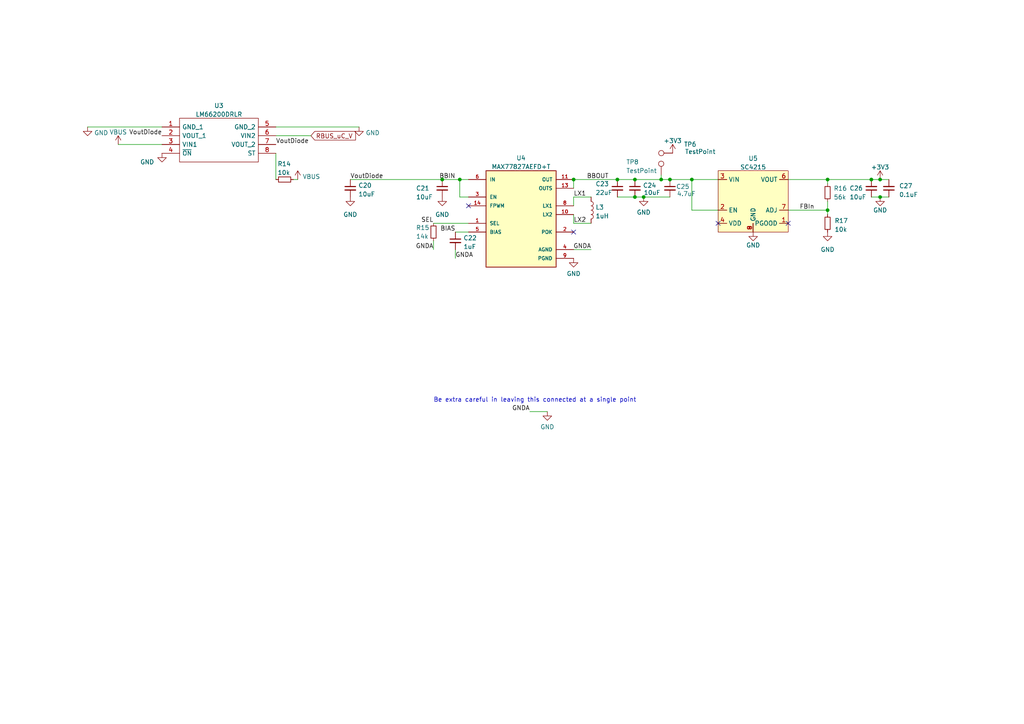
<source format=kicad_sch>
(kicad_sch (version 20230121) (generator eeschema)

  (uuid e9284afa-e324-4762-b662-a428eebcb5c2)

  (paper "A4")

  (lib_symbols
    (symbol "Connector:TestPoint" (pin_numbers hide) (pin_names (offset 0.762) hide) (in_bom yes) (on_board yes)
      (property "Reference" "TP" (at 0 6.858 0)
        (effects (font (size 1.27 1.27)))
      )
      (property "Value" "TestPoint" (at 0 5.08 0)
        (effects (font (size 1.27 1.27)))
      )
      (property "Footprint" "" (at 5.08 0 0)
        (effects (font (size 1.27 1.27)) hide)
      )
      (property "Datasheet" "~" (at 5.08 0 0)
        (effects (font (size 1.27 1.27)) hide)
      )
      (property "ki_keywords" "test point tp" (at 0 0 0)
        (effects (font (size 1.27 1.27)) hide)
      )
      (property "ki_description" "test point" (at 0 0 0)
        (effects (font (size 1.27 1.27)) hide)
      )
      (property "ki_fp_filters" "Pin* Test*" (at 0 0 0)
        (effects (font (size 1.27 1.27)) hide)
      )
      (symbol "TestPoint_0_1"
        (circle (center 0 3.302) (radius 0.762)
          (stroke (width 0) (type default))
          (fill (type none))
        )
      )
      (symbol "TestPoint_1_1"
        (pin passive line (at 0 0 90) (length 2.54)
          (name "1" (effects (font (size 1.27 1.27))))
          (number "1" (effects (font (size 1.27 1.27))))
        )
      )
    )
    (symbol "Device:C_Small" (pin_numbers hide) (pin_names (offset 0.254) hide) (in_bom yes) (on_board yes)
      (property "Reference" "C" (at 0.254 1.778 0)
        (effects (font (size 1.27 1.27)) (justify left))
      )
      (property "Value" "C_Small" (at 0.254 -2.032 0)
        (effects (font (size 1.27 1.27)) (justify left))
      )
      (property "Footprint" "" (at 0 0 0)
        (effects (font (size 1.27 1.27)) hide)
      )
      (property "Datasheet" "~" (at 0 0 0)
        (effects (font (size 1.27 1.27)) hide)
      )
      (property "ki_keywords" "capacitor cap" (at 0 0 0)
        (effects (font (size 1.27 1.27)) hide)
      )
      (property "ki_description" "Unpolarized capacitor, small symbol" (at 0 0 0)
        (effects (font (size 1.27 1.27)) hide)
      )
      (property "ki_fp_filters" "C_*" (at 0 0 0)
        (effects (font (size 1.27 1.27)) hide)
      )
      (symbol "C_Small_0_1"
        (polyline
          (pts
            (xy -1.524 -0.508)
            (xy 1.524 -0.508)
          )
          (stroke (width 0.3302) (type default))
          (fill (type none))
        )
        (polyline
          (pts
            (xy -1.524 0.508)
            (xy 1.524 0.508)
          )
          (stroke (width 0.3048) (type default))
          (fill (type none))
        )
      )
      (symbol "C_Small_1_1"
        (pin passive line (at 0 2.54 270) (length 2.032)
          (name "~" (effects (font (size 1.27 1.27))))
          (number "1" (effects (font (size 1.27 1.27))))
        )
        (pin passive line (at 0 -2.54 90) (length 2.032)
          (name "~" (effects (font (size 1.27 1.27))))
          (number "2" (effects (font (size 1.27 1.27))))
        )
      )
    )
    (symbol "Device:L" (pin_numbers hide) (pin_names (offset 1.016) hide) (in_bom yes) (on_board yes)
      (property "Reference" "L" (at -1.27 0 90)
        (effects (font (size 1.27 1.27)))
      )
      (property "Value" "L" (at 1.905 0 90)
        (effects (font (size 1.27 1.27)))
      )
      (property "Footprint" "" (at 0 0 0)
        (effects (font (size 1.27 1.27)) hide)
      )
      (property "Datasheet" "~" (at 0 0 0)
        (effects (font (size 1.27 1.27)) hide)
      )
      (property "ki_keywords" "inductor choke coil reactor magnetic" (at 0 0 0)
        (effects (font (size 1.27 1.27)) hide)
      )
      (property "ki_description" "Inductor" (at 0 0 0)
        (effects (font (size 1.27 1.27)) hide)
      )
      (property "ki_fp_filters" "Choke_* *Coil* Inductor_* L_*" (at 0 0 0)
        (effects (font (size 1.27 1.27)) hide)
      )
      (symbol "L_0_1"
        (arc (start 0 -2.54) (mid 0.6323 -1.905) (end 0 -1.27)
          (stroke (width 0) (type default))
          (fill (type none))
        )
        (arc (start 0 -1.27) (mid 0.6323 -0.635) (end 0 0)
          (stroke (width 0) (type default))
          (fill (type none))
        )
        (arc (start 0 0) (mid 0.6323 0.635) (end 0 1.27)
          (stroke (width 0) (type default))
          (fill (type none))
        )
        (arc (start 0 1.27) (mid 0.6323 1.905) (end 0 2.54)
          (stroke (width 0) (type default))
          (fill (type none))
        )
      )
      (symbol "L_1_1"
        (pin passive line (at 0 3.81 270) (length 1.27)
          (name "1" (effects (font (size 1.27 1.27))))
          (number "1" (effects (font (size 1.27 1.27))))
        )
        (pin passive line (at 0 -3.81 90) (length 1.27)
          (name "2" (effects (font (size 1.27 1.27))))
          (number "2" (effects (font (size 1.27 1.27))))
        )
      )
    )
    (symbol "Device:R_Small" (pin_numbers hide) (pin_names (offset 0.254) hide) (in_bom yes) (on_board yes)
      (property "Reference" "R" (at 0.762 0.508 0)
        (effects (font (size 1.27 1.27)) (justify left))
      )
      (property "Value" "R_Small" (at 0.762 -1.016 0)
        (effects (font (size 1.27 1.27)) (justify left))
      )
      (property "Footprint" "" (at 0 0 0)
        (effects (font (size 1.27 1.27)) hide)
      )
      (property "Datasheet" "~" (at 0 0 0)
        (effects (font (size 1.27 1.27)) hide)
      )
      (property "ki_keywords" "R resistor" (at 0 0 0)
        (effects (font (size 1.27 1.27)) hide)
      )
      (property "ki_description" "Resistor, small symbol" (at 0 0 0)
        (effects (font (size 1.27 1.27)) hide)
      )
      (property "ki_fp_filters" "R_*" (at 0 0 0)
        (effects (font (size 1.27 1.27)) hide)
      )
      (symbol "R_Small_0_1"
        (rectangle (start -0.762 1.778) (end 0.762 -1.778)
          (stroke (width 0.2032) (type default))
          (fill (type none))
        )
      )
      (symbol "R_Small_1_1"
        (pin passive line (at 0 2.54 270) (length 0.762)
          (name "~" (effects (font (size 1.27 1.27))))
          (number "1" (effects (font (size 1.27 1.27))))
        )
        (pin passive line (at 0 -2.54 90) (length 0.762)
          (name "~" (effects (font (size 1.27 1.27))))
          (number "2" (effects (font (size 1.27 1.27))))
        )
      )
    )
    (symbol "iclr:LM66200DRLR" (pin_names (offset 0.762)) (in_bom yes) (on_board yes)
      (property "Reference" "U" (at 29.21 7.62 0)
        (effects (font (size 1.27 1.27)) (justify left))
      )
      (property "Value" "LM66200DRLR" (at 29.21 5.08 0)
        (effects (font (size 1.27 1.27)) (justify left))
      )
      (property "Footprint" "SOTFL50P160X60-8N" (at 29.21 2.54 0)
        (effects (font (size 1.27 1.27)) (justify left) hide)
      )
      (property "Datasheet" "https://www.ti.com/lit/gpn/lm66200" (at 29.21 0 0)
        (effects (font (size 1.27 1.27)) (justify left) hide)
      )
      (property "Description" "1.6-V to 5.5-V, 40-m, 2.5-A, low-IQ, dual ideal diode" (at 29.21 -2.54 0)
        (effects (font (size 1.27 1.27)) (justify left) hide)
      )
      (property "Height" "0.6" (at 29.21 -5.08 0)
        (effects (font (size 1.27 1.27)) (justify left) hide)
      )
      (property "Manufacturer_Name" "Texas Instruments" (at 29.21 -7.62 0)
        (effects (font (size 1.27 1.27)) (justify left) hide)
      )
      (property "Manufacturer_Part_Number" "LM66200DRLR" (at 29.21 -10.16 0)
        (effects (font (size 1.27 1.27)) (justify left) hide)
      )
      (property "Mouser Part Number" "595-LM66200DRLR" (at 29.21 -12.7 0)
        (effects (font (size 1.27 1.27)) (justify left) hide)
      )
      (property "Mouser Price/Stock" "https://www.mouser.co.uk/ProductDetail/Texas-Instruments/LM66200DRLR?qs=Rp5uXu7WBW90hnpZAkIOdQ%3D%3D" (at 29.21 -15.24 0)
        (effects (font (size 1.27 1.27)) (justify left) hide)
      )
      (property "Arrow Part Number" "LM66200DRLR" (at 29.21 -17.78 0)
        (effects (font (size 1.27 1.27)) (justify left) hide)
      )
      (property "Arrow Price/Stock" "https://www.arrow.com/en/products/lm66200drlr/texas-instruments?region=nac" (at 29.21 -20.32 0)
        (effects (font (size 1.27 1.27)) (justify left) hide)
      )
      (property "Mouser Testing Part Number" "" (at 29.21 -22.86 0)
        (effects (font (size 1.27 1.27)) (justify left) hide)
      )
      (property "Mouser Testing Price/Stock" "" (at 29.21 -25.4 0)
        (effects (font (size 1.27 1.27)) (justify left) hide)
      )
      (property "ki_description" "1.6-V to 5.5-V, 40-m, 2.5-A, low-IQ, dual ideal diode" (at 0 0 0)
        (effects (font (size 1.27 1.27)) hide)
      )
      (symbol "LM66200DRLR_0_0"
        (pin passive line (at 0 0 0) (length 5.08)
          (name "GND_1" (effects (font (size 1.27 1.27))))
          (number "1" (effects (font (size 1.27 1.27))))
        )
        (pin passive line (at 0 -2.54 0) (length 5.08)
          (name "VOUT_1" (effects (font (size 1.27 1.27))))
          (number "2" (effects (font (size 1.27 1.27))))
        )
        (pin passive line (at 0 -5.08 0) (length 5.08)
          (name "VIN1" (effects (font (size 1.27 1.27))))
          (number "3" (effects (font (size 1.27 1.27))))
        )
        (pin passive line (at 0 -7.62 0) (length 5.08)
          (name "~{ON}" (effects (font (size 1.27 1.27))))
          (number "4" (effects (font (size 1.27 1.27))))
        )
        (pin passive line (at 33.02 0 180) (length 5.08)
          (name "GND_2" (effects (font (size 1.27 1.27))))
          (number "5" (effects (font (size 1.27 1.27))))
        )
        (pin passive line (at 33.02 -2.54 180) (length 5.08)
          (name "VIN2" (effects (font (size 1.27 1.27))))
          (number "6" (effects (font (size 1.27 1.27))))
        )
        (pin passive line (at 33.02 -5.08 180) (length 5.08)
          (name "VOUT_2" (effects (font (size 1.27 1.27))))
          (number "7" (effects (font (size 1.27 1.27))))
        )
        (pin passive line (at 33.02 -7.62 180) (length 5.08)
          (name "ST" (effects (font (size 1.27 1.27))))
          (number "8" (effects (font (size 1.27 1.27))))
        )
      )
      (symbol "LM66200DRLR_0_1"
        (polyline
          (pts
            (xy 5.08 2.54)
            (xy 27.94 2.54)
            (xy 27.94 -10.16)
            (xy 5.08 -10.16)
            (xy 5.08 2.54)
          )
          (stroke (width 0.1524) (type default))
          (fill (type none))
        )
      )
    )
    (symbol "iclr:MAX77827AEFD+T" (pin_names (offset 1.016)) (in_bom yes) (on_board yes)
      (property "Reference" "U?" (at -10.16 13.208 0)
        (effects (font (size 1.27 1.27)) (justify left bottom))
      )
      (property "Value" "MAX77827AEFD+T" (at -10.16 -17.78 0)
        (effects (font (size 1.27 1.27)) (justify left bottom))
      )
      (property "Footprint" "CONV_MAX77827AEFD+T" (at -6.35 19.05 0)
        (effects (font (size 1.27 1.27)) (justify left bottom) hide)
      )
      (property "Datasheet" "" (at 0 0 0)
        (effects (font (size 1.27 1.27)) (justify left bottom) hide)
      )
      (property "MANUFACTURER" "Maxim Integrated" (at -2.54 16.51 0)
        (effects (font (size 1.27 1.27)) (justify left bottom) hide)
      )
      (property "MAXIMUM_PACKAGE_HEIGHT" "0.6mm" (at 1.27 13.97 0)
        (effects (font (size 1.27 1.27)) (justify left bottom) hide)
      )
      (property "PARTREV" "B" (at 0 15.24 0)
        (effects (font (size 1.27 1.27)) (justify left bottom) hide)
      )
      (property "STANDARD" "Manufacturer Recommended" (at -6.35 19.05 0)
        (effects (font (size 1.27 1.27)) (justify left bottom) hide)
      )
      (property "ki_locked" "" (at 0 0 0)
        (effects (font (size 1.27 1.27)))
      )
      (symbol "MAX77827AEFD+T_0_0"
        (rectangle (start -10.16 -15.24) (end 10.16 12.7)
          (stroke (width 0.254) (type default))
          (fill (type background))
        )
        (pin passive line (at -15.24 -2.54 0) (length 5.08)
          (name "SEL" (effects (font (size 1.016 1.016))))
          (number "1" (effects (font (size 1.016 1.016))))
        )
        (pin passive line (at 15.24 0 180) (length 5.08)
          (name "LX2" (effects (font (size 1.016 1.016))))
          (number "10" (effects (font (size 1.016 1.016))))
        )
        (pin output line (at 15.24 10.16 180) (length 5.08)
          (name "OUT" (effects (font (size 1.016 1.016))))
          (number "11" (effects (font (size 1.016 1.016))))
        )
        (pin input line (at 15.24 7.62 180) (length 5.08)
          (name "OUTS" (effects (font (size 1.016 1.016))))
          (number "13" (effects (font (size 1.016 1.016))))
        )
        (pin input line (at -15.24 2.54 0) (length 5.08)
          (name "FPWM" (effects (font (size 1.016 1.016))))
          (number "14" (effects (font (size 1.016 1.016))))
        )
        (pin output line (at 15.24 -5.08 180) (length 5.08)
          (name "POK" (effects (font (size 1.016 1.016))))
          (number "2" (effects (font (size 1.016 1.016))))
        )
        (pin input line (at -15.24 5.08 0) (length 5.08)
          (name "EN" (effects (font (size 1.016 1.016))))
          (number "3" (effects (font (size 1.016 1.016))))
        )
        (pin power_in line (at 15.24 -10.16 180) (length 5.08)
          (name "AGND" (effects (font (size 1.016 1.016))))
          (number "4" (effects (font (size 1.016 1.016))))
        )
        (pin passive line (at -15.24 -5.08 0) (length 5.08)
          (name "BIAS" (effects (font (size 1.016 1.016))))
          (number "5" (effects (font (size 1.016 1.016))))
        )
        (pin input line (at -15.24 10.16 0) (length 5.08)
          (name "IN" (effects (font (size 1.016 1.016))))
          (number "6" (effects (font (size 1.016 1.016))))
        )
        (pin passive line (at 15.24 2.54 180) (length 5.08)
          (name "LX1" (effects (font (size 1.016 1.016))))
          (number "8" (effects (font (size 1.016 1.016))))
        )
        (pin power_in line (at 15.24 -12.7 180) (length 5.08)
          (name "PGND" (effects (font (size 1.016 1.016))))
          (number "9" (effects (font (size 1.016 1.016))))
        )
      )
    )
    (symbol "iclr:RT9025-25GSP" (in_bom yes) (on_board yes)
      (property "Reference" "U6" (at 0 4.8428 0)
        (effects (font (size 1.27 1.27)))
      )
      (property "Value" "RT9025-25GSP" (at 0 2.3059 0)
        (effects (font (size 1.27 1.27)))
      )
      (property "Footprint" "iclr:SOIC127P599X175-9N" (at 0 5.08 0)
        (effects (font (size 1.27 1.27)) hide)
      )
      (property "Datasheet" "" (at 0 5.08 0)
        (effects (font (size 1.27 1.27)) hide)
      )
      (symbol "RT9025-25GSP_1_1"
        (rectangle (start -10.16 1.27) (end 10.16 -16.51)
          (stroke (width 0) (type default))
          (fill (type background))
        )
        (pin output line (at 10.16 -13.97 180) (length 2.54)
          (name "PGOOD" (effects (font (size 1.27 1.27))))
          (number "1" (effects (font (size 1.27 1.27))))
        )
        (pin input line (at -10.16 -10.16 0) (length 2.54)
          (name "EN" (effects (font (size 1.27 1.27))))
          (number "2" (effects (font (size 1.27 1.27))))
        )
        (pin input line (at -10.16 -1.27 0) (length 2.54)
          (name "VIN" (effects (font (size 1.27 1.27))))
          (number "3" (effects (font (size 1.27 1.27))))
        )
        (pin input line (at -10.16 -13.97 0) (length 2.54)
          (name "VDD" (effects (font (size 1.27 1.27))))
          (number "4" (effects (font (size 1.27 1.27))))
        )
        (pin output line (at 10.16 -1.27 180) (length 2.54)
          (name "VOUT" (effects (font (size 1.27 1.27))))
          (number "6" (effects (font (size 1.27 1.27))))
        )
        (pin input line (at 10.16 -10.16 180) (length 2.54)
          (name "ADJ" (effects (font (size 1.27 1.27))))
          (number "7" (effects (font (size 1.27 1.27))))
        )
        (pin input line (at 0 -16.51 90) (length 2.54)
          (name "GND" (effects (font (size 1.27 1.27))))
          (number "8" (effects (font (size 1.27 1.27))))
        )
        (pin input line (at 0 -16.51 90) (length 2.54)
          (name "GND" (effects (font (size 1.27 1.27))))
          (number "9" (effects (font (size 1.27 1.27))))
        )
      )
    )
    (symbol "power:+3.3V" (power) (pin_names (offset 0)) (in_bom yes) (on_board yes)
      (property "Reference" "#PWR" (at 0 -3.81 0)
        (effects (font (size 1.27 1.27)) hide)
      )
      (property "Value" "+3.3V" (at 0 3.556 0)
        (effects (font (size 1.27 1.27)))
      )
      (property "Footprint" "" (at 0 0 0)
        (effects (font (size 1.27 1.27)) hide)
      )
      (property "Datasheet" "" (at 0 0 0)
        (effects (font (size 1.27 1.27)) hide)
      )
      (property "ki_keywords" "power-flag" (at 0 0 0)
        (effects (font (size 1.27 1.27)) hide)
      )
      (property "ki_description" "Power symbol creates a global label with name \"+3.3V\"" (at 0 0 0)
        (effects (font (size 1.27 1.27)) hide)
      )
      (symbol "+3.3V_0_1"
        (polyline
          (pts
            (xy -0.762 1.27)
            (xy 0 2.54)
          )
          (stroke (width 0) (type default))
          (fill (type none))
        )
        (polyline
          (pts
            (xy 0 0)
            (xy 0 2.54)
          )
          (stroke (width 0) (type default))
          (fill (type none))
        )
        (polyline
          (pts
            (xy 0 2.54)
            (xy 0.762 1.27)
          )
          (stroke (width 0) (type default))
          (fill (type none))
        )
      )
      (symbol "+3.3V_1_1"
        (pin power_in line (at 0 0 90) (length 0) hide
          (name "+3V3" (effects (font (size 1.27 1.27))))
          (number "1" (effects (font (size 1.27 1.27))))
        )
      )
    )
    (symbol "power:GND" (power) (pin_names (offset 0)) (in_bom yes) (on_board yes)
      (property "Reference" "#PWR" (at 0 -6.35 0)
        (effects (font (size 1.27 1.27)) hide)
      )
      (property "Value" "GND" (at 0 -3.81 0)
        (effects (font (size 1.27 1.27)))
      )
      (property "Footprint" "" (at 0 0 0)
        (effects (font (size 1.27 1.27)) hide)
      )
      (property "Datasheet" "" (at 0 0 0)
        (effects (font (size 1.27 1.27)) hide)
      )
      (property "ki_keywords" "power-flag" (at 0 0 0)
        (effects (font (size 1.27 1.27)) hide)
      )
      (property "ki_description" "Power symbol creates a global label with name \"GND\" , ground" (at 0 0 0)
        (effects (font (size 1.27 1.27)) hide)
      )
      (symbol "GND_0_1"
        (polyline
          (pts
            (xy 0 0)
            (xy 0 -1.27)
            (xy 1.27 -1.27)
            (xy 0 -2.54)
            (xy -1.27 -1.27)
            (xy 0 -1.27)
          )
          (stroke (width 0) (type default))
          (fill (type none))
        )
      )
      (symbol "GND_1_1"
        (pin power_in line (at 0 0 270) (length 0) hide
          (name "GND" (effects (font (size 1.27 1.27))))
          (number "1" (effects (font (size 1.27 1.27))))
        )
      )
    )
    (symbol "power:VBUS" (power) (pin_names (offset 0)) (in_bom yes) (on_board yes)
      (property "Reference" "#PWR" (at 0 -3.81 0)
        (effects (font (size 1.27 1.27)) hide)
      )
      (property "Value" "VBUS" (at 0 3.81 0)
        (effects (font (size 1.27 1.27)))
      )
      (property "Footprint" "" (at 0 0 0)
        (effects (font (size 1.27 1.27)) hide)
      )
      (property "Datasheet" "" (at 0 0 0)
        (effects (font (size 1.27 1.27)) hide)
      )
      (property "ki_keywords" "power-flag" (at 0 0 0)
        (effects (font (size 1.27 1.27)) hide)
      )
      (property "ki_description" "Power symbol creates a global label with name \"VBUS\"" (at 0 0 0)
        (effects (font (size 1.27 1.27)) hide)
      )
      (symbol "VBUS_0_1"
        (polyline
          (pts
            (xy -0.762 1.27)
            (xy 0 2.54)
          )
          (stroke (width 0) (type default))
          (fill (type none))
        )
        (polyline
          (pts
            (xy 0 0)
            (xy 0 2.54)
          )
          (stroke (width 0) (type default))
          (fill (type none))
        )
        (polyline
          (pts
            (xy 0 2.54)
            (xy 0.762 1.27)
          )
          (stroke (width 0) (type default))
          (fill (type none))
        )
      )
      (symbol "VBUS_1_1"
        (pin power_in line (at 0 0 90) (length 0) hide
          (name "VBUS" (effects (font (size 1.27 1.27))))
          (number "1" (effects (font (size 1.27 1.27))))
        )
      )
    )
  )

  (junction (at 184.15 52.07) (diameter 0) (color 0 0 0 0)
    (uuid 025e695d-8e2d-4de8-acab-7a162cc26168)
  )
  (junction (at 240.03 52.07) (diameter 0) (color 0 0 0 0)
    (uuid 059bcba6-280b-40eb-ab89-3dc5aee13437)
  )
  (junction (at 255.27 52.07) (diameter 0) (color 0 0 0 0)
    (uuid 06d56029-c268-415d-bc15-322ae67002fd)
  )
  (junction (at 191.77 52.07) (diameter 0) (color 0 0 0 0)
    (uuid 14e6f865-9c0a-49ea-b81b-07711ade0119)
  )
  (junction (at 186.69 57.15) (diameter 0) (color 0 0 0 0)
    (uuid 19e29c7d-2497-4378-be9c-d7dd5740c97b)
  )
  (junction (at 128.27 52.07) (diameter 0) (color 0 0 0 0)
    (uuid 43fb0a3d-a75c-4a89-929f-3bfabd56e48f)
  )
  (junction (at 252.73 52.07) (diameter 0) (color 0 0 0 0)
    (uuid 8179b66d-1f6d-4cd3-85ac-0088c17d8ab7)
  )
  (junction (at 194.31 52.07) (diameter 0) (color 0 0 0 0)
    (uuid 8ec9933a-dea5-4a2f-9b22-74f5bbc005c9)
  )
  (junction (at 255.27 57.15) (diameter 0) (color 0 0 0 0)
    (uuid 91d76694-39de-439c-9769-c81f38ae49dc)
  )
  (junction (at 166.37 52.07) (diameter 0) (color 0 0 0 0)
    (uuid 9e9dab12-0d16-47c5-9925-9d9e8d96d07f)
  )
  (junction (at 240.03 60.96) (diameter 0) (color 0 0 0 0)
    (uuid b05e221d-8c57-4ef8-8975-519b7161da98)
  )
  (junction (at 133.35 52.07) (diameter 0) (color 0 0 0 0)
    (uuid c11ca3bc-a8bb-430a-9e10-289b52cce878)
  )
  (junction (at 179.07 52.07) (diameter 0) (color 0 0 0 0)
    (uuid e7ba0df4-f5bc-485a-89ed-b04588169d85)
  )
  (junction (at 184.15 57.15) (diameter 0) (color 0 0 0 0)
    (uuid f79e57c7-0e3c-4c62-8d9c-1df18cf27b2b)
  )
  (junction (at 200.66 52.07) (diameter 0) (color 0 0 0 0)
    (uuid fe4fbfec-e039-4d68-bf53-26cc9c4c45e6)
  )

  (no_connect (at 166.37 67.31) (uuid 53807c26-4c3b-4a33-9e89-8f68b4e2bcb2))
  (no_connect (at 135.89 59.69) (uuid 7d5ef869-90ac-4f40-91fc-2deb9689e3d1))
  (no_connect (at 228.6 64.77) (uuid c2d351a7-a4dd-4b9d-a118-bc2023d132d4))
  (no_connect (at 208.28 64.77) (uuid cf7be989-8e30-4bee-93dd-10ce2dbd1e55))

  (wire (pts (xy 80.01 52.07) (xy 80.01 44.45))
    (stroke (width 0) (type default))
    (uuid 069e75c7-38b4-4c61-9b2b-d26f0784bfa9)
  )
  (wire (pts (xy 133.35 57.15) (xy 135.89 57.15))
    (stroke (width 0) (type default))
    (uuid 0ce0f0b7-ef43-4a90-95fe-6b7b2b7912e3)
  )
  (wire (pts (xy 104.14 36.83) (xy 80.01 36.83))
    (stroke (width 0) (type default))
    (uuid 0d07cbbe-592b-417c-af7f-93b278caf359)
  )
  (wire (pts (xy 166.37 52.07) (xy 179.07 52.07))
    (stroke (width 0) (type default))
    (uuid 122b2869-b8ec-4c49-ab98-3e0d5323bb2d)
  )
  (wire (pts (xy 179.07 52.07) (xy 184.15 52.07))
    (stroke (width 0) (type default))
    (uuid 18562939-7ae5-4144-9840-599fb6adc5e9)
  )
  (wire (pts (xy 240.03 52.07) (xy 240.03 53.34))
    (stroke (width 0) (type default))
    (uuid 1d4ca962-27f2-481a-84d5-0628d75d2352)
  )
  (wire (pts (xy 166.37 57.15) (xy 171.45 57.15))
    (stroke (width 0) (type default))
    (uuid 20fd74e8-e3dc-492f-8d46-fab70914d5e5)
  )
  (wire (pts (xy 200.66 52.07) (xy 200.66 60.96))
    (stroke (width 0) (type default))
    (uuid 29f89d5f-90d4-44ab-aeec-d14f8866e07f)
  )
  (wire (pts (xy 179.07 57.15) (xy 184.15 57.15))
    (stroke (width 0) (type default))
    (uuid 2c600a77-60ab-41dd-b34a-e4df0c47849e)
  )
  (wire (pts (xy 228.6 52.07) (xy 240.03 52.07))
    (stroke (width 0) (type default))
    (uuid 317d8efb-eacf-4dbb-965e-f732dc345d8c)
  )
  (wire (pts (xy 166.37 64.77) (xy 166.37 62.23))
    (stroke (width 0) (type default))
    (uuid 328aa6d3-da7a-4325-a9a1-e925b01efab3)
  )
  (wire (pts (xy 200.66 52.07) (xy 208.28 52.07))
    (stroke (width 0) (type default))
    (uuid 387e88d5-12f7-4406-9187-6916bec744b1)
  )
  (wire (pts (xy 125.73 64.77) (xy 135.89 64.77))
    (stroke (width 0) (type default))
    (uuid 48ea0a96-489c-4f5f-9567-57b93d7a7c28)
  )
  (wire (pts (xy 166.37 72.39) (xy 171.45 72.39))
    (stroke (width 0) (type default))
    (uuid 499a9f82-3aab-4f4d-b35f-ff7f0e691b21)
  )
  (wire (pts (xy 191.77 52.07) (xy 194.31 52.07))
    (stroke (width 0) (type default))
    (uuid 4eb4ab8d-2bf2-482e-a421-0cdbdb6244e4)
  )
  (wire (pts (xy 240.03 58.42) (xy 240.03 60.96))
    (stroke (width 0) (type default))
    (uuid 520088cf-b918-4091-83c9-40102fcba2d8)
  )
  (wire (pts (xy 166.37 59.69) (xy 166.37 57.15))
    (stroke (width 0) (type default))
    (uuid 54d0b93a-ed98-4e03-bfbf-76e3073701f9)
  )
  (wire (pts (xy 191.77 50.8) (xy 191.77 52.07))
    (stroke (width 0) (type default))
    (uuid 6249e04b-f43c-4872-973a-ad0605d93f47)
  )
  (wire (pts (xy 184.15 52.07) (xy 191.77 52.07))
    (stroke (width 0) (type default))
    (uuid 63eaf0a3-6d99-4d02-9521-aa50c3a316f2)
  )
  (wire (pts (xy 252.73 57.15) (xy 255.27 57.15))
    (stroke (width 0) (type default))
    (uuid 6e853dfc-ebac-4a7e-8d41-4767e570c51e)
  )
  (wire (pts (xy 133.35 52.07) (xy 133.35 57.15))
    (stroke (width 0) (type default))
    (uuid 71914f4a-ed80-4341-be43-e93b9bf12d2a)
  )
  (wire (pts (xy 200.66 60.96) (xy 208.28 60.96))
    (stroke (width 0) (type default))
    (uuid 773cb3ea-27be-4c5c-8fd1-215821eb9abe)
  )
  (wire (pts (xy 101.6 52.07) (xy 128.27 52.07))
    (stroke (width 0) (type default))
    (uuid 7842b8a8-fd2e-411a-bf1b-26c94d337b44)
  )
  (wire (pts (xy 186.69 57.15) (xy 194.31 57.15))
    (stroke (width 0) (type default))
    (uuid 78687c83-9941-45a6-9218-eaf262d35659)
  )
  (wire (pts (xy 194.31 52.07) (xy 200.66 52.07))
    (stroke (width 0) (type default))
    (uuid 7a7b01aa-2aad-4a77-b6c7-cac925513d0b)
  )
  (wire (pts (xy 125.73 72.39) (xy 125.73 69.85))
    (stroke (width 0) (type default))
    (uuid 7d3200f3-1d13-4f29-9238-5767988c515f)
  )
  (wire (pts (xy 228.6 60.96) (xy 240.03 60.96))
    (stroke (width 0) (type default))
    (uuid 8079d4db-5c65-4476-9e79-3fd6aa692d53)
  )
  (wire (pts (xy 171.45 64.77) (xy 166.37 64.77))
    (stroke (width 0) (type default))
    (uuid 86748bba-867f-45cb-9f85-1a5c751a7da5)
  )
  (wire (pts (xy 255.27 57.15) (xy 257.81 57.15))
    (stroke (width 0) (type default))
    (uuid 86bc36d8-21b7-4562-997f-bc02acac9692)
  )
  (wire (pts (xy 25.4 36.83) (xy 46.99 36.83))
    (stroke (width 0) (type default))
    (uuid 8ebf6fcc-4ea7-4e54-85c1-8337fb6c858c)
  )
  (wire (pts (xy 34.29 41.91) (xy 46.99 41.91))
    (stroke (width 0) (type default))
    (uuid 964d1527-78d9-4cd8-8981-b6177799faa6)
  )
  (wire (pts (xy 186.69 57.15) (xy 184.15 57.15))
    (stroke (width 0) (type default))
    (uuid 9bb1b466-6f6b-404a-ae7b-8a8177578908)
  )
  (wire (pts (xy 153.67 119.38) (xy 158.75 119.38))
    (stroke (width 0) (type default))
    (uuid a88f867b-5b76-4679-864a-ca83d6af997b)
  )
  (wire (pts (xy 128.27 52.07) (xy 133.35 52.07))
    (stroke (width 0) (type default))
    (uuid acdfba8e-0438-4355-babd-7f18f0a9d336)
  )
  (wire (pts (xy 86.36 52.07) (xy 85.09 52.07))
    (stroke (width 0) (type default))
    (uuid ae05633a-c1f7-4b5a-b3af-512a8729943c)
  )
  (wire (pts (xy 166.37 54.61) (xy 166.37 52.07))
    (stroke (width 0) (type default))
    (uuid bba4a38e-2acc-4416-9232-092f7d6a876e)
  )
  (wire (pts (xy 132.08 67.31) (xy 135.89 67.31))
    (stroke (width 0) (type default))
    (uuid c03c2ae5-721b-4064-80c3-93d26df1d30a)
  )
  (wire (pts (xy 255.27 52.07) (xy 252.73 52.07))
    (stroke (width 0) (type default))
    (uuid c8299a21-d52e-46a3-bf35-a90f56707cfe)
  )
  (wire (pts (xy 133.35 52.07) (xy 135.89 52.07))
    (stroke (width 0) (type default))
    (uuid c9a3154e-f650-4dd4-8f78-0540978414f7)
  )
  (wire (pts (xy 255.27 52.07) (xy 257.81 52.07))
    (stroke (width 0) (type default))
    (uuid d01434dc-72a8-4594-a021-8cf426d84af8)
  )
  (wire (pts (xy 90.17 39.37) (xy 80.01 39.37))
    (stroke (width 0) (type default))
    (uuid d21bb4f3-d8fa-457f-87e5-0c9117c8c3c6)
  )
  (wire (pts (xy 240.03 60.96) (xy 240.03 62.23))
    (stroke (width 0) (type default))
    (uuid d4298c3c-c451-45e7-b752-30c5ba6276b3)
  )
  (wire (pts (xy 240.03 52.07) (xy 252.73 52.07))
    (stroke (width 0) (type default))
    (uuid e9cf90f2-f40a-4e43-9dad-8eb07c30d184)
  )
  (wire (pts (xy 132.08 74.93) (xy 132.08 72.39))
    (stroke (width 0) (type default))
    (uuid f5a83c90-a4ca-4c24-befa-5d98f0f52797)
  )

  (text "Be extra careful in leaving this connected at a single point\n"
    (at 125.73 116.84 0)
    (effects (font (size 1.27 1.27)) (justify left bottom))
    (uuid ddceb510-327a-43ec-a3b4-861d6a13866d)
  )

  (label "VoutDiode" (at 80.01 41.91 0) (fields_autoplaced)
    (effects (font (size 1.27 1.27)) (justify left bottom))
    (uuid 0ec526c7-6ea5-4f80-b884-0d8169b753b1)
  )
  (label "GNDA" (at 132.08 74.93 0) (fields_autoplaced)
    (effects (font (size 1.27 1.27)) (justify left bottom))
    (uuid 33e483e1-28ce-477f-8e1a-90f7633c989b)
  )
  (label "VoutDiode" (at 46.99 39.37 180) (fields_autoplaced)
    (effects (font (size 1.27 1.27)) (justify right bottom))
    (uuid 496c2a81-d5aa-4c30-b8c7-3198f4d6f74a)
  )
  (label "FBIn" (at 236.22 60.96 180) (fields_autoplaced)
    (effects (font (size 1.27 1.27)) (justify right bottom))
    (uuid 5fbcac91-7bf8-4d32-af8a-02e5f7688a48)
  )
  (label "BIAS" (at 132.08 67.31 180) (fields_autoplaced)
    (effects (font (size 1.27 1.27)) (justify right bottom))
    (uuid 60e37982-1fa9-47a9-b417-587a3fe7ceb9)
  )
  (label "LX2" (at 166.37 64.77 0) (fields_autoplaced)
    (effects (font (size 1.27 1.27)) (justify left bottom))
    (uuid 7b61fba6-6c58-4e67-b708-44bfeafe212e)
  )
  (label "GNDA" (at 153.67 119.38 180) (fields_autoplaced)
    (effects (font (size 1.27 1.27)) (justify right bottom))
    (uuid 7da82053-ba3b-46bf-b2cc-08b410b5dbbd)
  )
  (label "GNDA" (at 125.73 72.39 180) (fields_autoplaced)
    (effects (font (size 1.27 1.27)) (justify right bottom))
    (uuid 7e783541-0e95-4709-9e7d-1ab38887bfc3)
  )
  (label "SEL" (at 125.73 64.77 180) (fields_autoplaced)
    (effects (font (size 1.27 1.27)) (justify right bottom))
    (uuid 8a02467e-d38c-4404-a183-5535d785675e)
  )
  (label "VoutDiode" (at 101.6 52.07 0) (fields_autoplaced)
    (effects (font (size 1.27 1.27)) (justify left bottom))
    (uuid 9d432cc0-84e4-4801-b74a-6d1d1c8e0f6e)
  )
  (label "GNDA" (at 171.45 72.39 180) (fields_autoplaced)
    (effects (font (size 1.27 1.27)) (justify right bottom))
    (uuid a787de0b-7ccc-4147-b23c-b19cab72577e)
  )
  (label "BBOUT" (at 170.18 52.07 0) (fields_autoplaced)
    (effects (font (size 1.27 1.27)) (justify left bottom))
    (uuid b4020e3b-82a8-4f84-b714-bf5860c1d263)
  )
  (label "LX1" (at 166.37 57.15 0) (fields_autoplaced)
    (effects (font (size 1.27 1.27)) (justify left bottom))
    (uuid e1fd3ae5-96a2-49d4-8023-84843f0218d9)
  )
  (label "BBIN" (at 132.08 52.07 180) (fields_autoplaced)
    (effects (font (size 1.27 1.27)) (justify right bottom))
    (uuid f6552616-3e16-4f1d-8d96-a50fa9e83030)
  )

  (global_label "RBUS_uC_V" (shape input) (at 90.17 39.37 0) (fields_autoplaced)
    (effects (font (size 1.27 1.27)) (justify left))
    (uuid fa70bd12-03a5-4c86-a4a3-bff8b0094b6c)
    (property "Intersheetrefs" "${INTERSHEET_REFS}" (at 103.0171 39.4494 0)
      (effects (font (size 1.27 1.27)) (justify left) hide)
    )
  )

  (symbol (lib_id "power:+3.3V") (at 195.1069 44.4136 0) (unit 1)
    (in_bom yes) (on_board yes) (dnp no) (fields_autoplaced)
    (uuid 01fcc328-e73e-43dc-b2ab-acd21c5b0bd6)
    (property "Reference" "#PWR043" (at 195.1069 48.2236 0)
      (effects (font (size 1.27 1.27)) hide)
    )
    (property "Value" "+3.3V" (at 195.1069 40.8378 0)
      (effects (font (size 1.27 1.27)))
    )
    (property "Footprint" "" (at 195.1069 44.4136 0)
      (effects (font (size 1.27 1.27)) hide)
    )
    (property "Datasheet" "" (at 195.1069 44.4136 0)
      (effects (font (size 1.27 1.27)) hide)
    )
    (pin "1" (uuid 7cdf4ed6-00ba-46ce-a304-48e5fb33a313))
    (instances
      (project "flintandsteel"
        (path "/7db990e4-92e1-4f99-b4d2-435bbec1ba83/48a413b4-b7c2-44ac-971c-583c31b73475"
          (reference "#PWR043") (unit 1)
        )
      )
    )
  )

  (symbol (lib_id "iclr:LM66200DRLR") (at 46.99 36.83 0) (unit 1)
    (in_bom yes) (on_board yes) (dnp no) (fields_autoplaced)
    (uuid 067fcbdc-a037-45c7-a11e-fa748d280ce6)
    (property "Reference" "U3" (at 63.5 30.641 0)
      (effects (font (size 1.27 1.27)))
    )
    (property "Value" "LM66200DRLR" (at 63.5 33.1779 0)
      (effects (font (size 1.27 1.27)))
    )
    (property "Footprint" "iclr:SOTFL50P160X60-8N" (at 76.2 34.29 0)
      (effects (font (size 1.27 1.27)) (justify left) hide)
    )
    (property "Datasheet" "https://www.ti.com/lit/gpn/lm66200" (at 76.2 36.83 0)
      (effects (font (size 1.27 1.27)) (justify left) hide)
    )
    (property "Description" "1.6-V to 5.5-V, 40-m, 2.5-A, low-IQ, dual ideal diode" (at 76.2 39.37 0)
      (effects (font (size 1.27 1.27)) (justify left) hide)
    )
    (property "Height" "0.6" (at 76.2 41.91 0)
      (effects (font (size 1.27 1.27)) (justify left) hide)
    )
    (property "Manufacturer_Name" "Texas Instruments" (at 76.2 44.45 0)
      (effects (font (size 1.27 1.27)) (justify left) hide)
    )
    (property "Manufacturer_Part_Number" "LM66200DRLR" (at 76.2 46.99 0)
      (effects (font (size 1.27 1.27)) (justify left) hide)
    )
    (property "Mouser Part Number" "595-LM66200DRLR" (at 76.2 49.53 0)
      (effects (font (size 1.27 1.27)) (justify left) hide)
    )
    (property "Mouser Price/Stock" "https://www.mouser.co.uk/ProductDetail/Texas-Instruments/LM66200DRLR?qs=Rp5uXu7WBW90hnpZAkIOdQ%3D%3D" (at 76.2 52.07 0)
      (effects (font (size 1.27 1.27)) (justify left) hide)
    )
    (property "Arrow Part Number" "LM66200DRLR" (at 76.2 54.61 0)
      (effects (font (size 1.27 1.27)) (justify left) hide)
    )
    (property "Arrow Price/Stock" "https://www.arrow.com/en/products/lm66200drlr/texas-instruments?region=nac" (at 76.2 57.15 0)
      (effects (font (size 1.27 1.27)) (justify left) hide)
    )
    (property "Mouser Testing Part Number" "" (at 76.2 59.69 0)
      (effects (font (size 1.27 1.27)) (justify left) hide)
    )
    (property "Mouser Testing Price/Stock" "" (at 76.2 62.23 0)
      (effects (font (size 1.27 1.27)) (justify left) hide)
    )
    (pin "1" (uuid de04ed22-8bf6-4aa8-b9aa-bac93e62329f))
    (pin "2" (uuid c10836e3-7f96-402e-a4fc-765ae419f0e1))
    (pin "3" (uuid eb0aba89-2a8c-48c7-bfb3-d9665cf0f875))
    (pin "4" (uuid 4eaa0c19-20d0-4a63-809b-b4ca2a01a3d7))
    (pin "5" (uuid 8d12963f-ba87-4425-9f8f-437662278e72))
    (pin "6" (uuid 2f011149-03f4-40e4-9b35-ac19d5c6054f))
    (pin "7" (uuid 2826ff95-9ad9-4206-9c8a-66019c48ab44))
    (pin "8" (uuid 5fc0c83c-d5ba-486c-becb-4dfeff9996e6))
    (instances
      (project "flintandsteel"
        (path "/7db990e4-92e1-4f99-b4d2-435bbec1ba83/48a413b4-b7c2-44ac-971c-583c31b73475"
          (reference "U3") (unit 1)
        )
      )
    )
  )

  (symbol (lib_id "Connector:TestPoint") (at 191.77 50.8 0) (unit 1)
    (in_bom yes) (on_board yes) (dnp no)
    (uuid 0870865b-0b96-41ff-bd58-be45e025f47e)
    (property "Reference" "TP8" (at 181.61 46.99 0)
      (effects (font (size 1.27 1.27)) (justify left))
    )
    (property "Value" "TestPoint" (at 181.61 49.5269 0)
      (effects (font (size 1.27 1.27)) (justify left))
    )
    (property "Footprint" "TestPoint:TestPoint_Pad_D1.0mm" (at 196.85 50.8 0)
      (effects (font (size 1.27 1.27)) hide)
    )
    (property "Datasheet" "~" (at 196.85 50.8 0)
      (effects (font (size 1.27 1.27)) hide)
    )
    (pin "1" (uuid 24e58f77-95c6-40c0-9248-343ffdaa6bdc))
    (instances
      (project "flintandsteel"
        (path "/7db990e4-92e1-4f99-b4d2-435bbec1ba83/48a413b4-b7c2-44ac-971c-583c31b73475"
          (reference "TP8") (unit 1)
        )
      )
    )
  )

  (symbol (lib_id "Device:R_Small") (at 125.73 67.31 0) (unit 1)
    (in_bom yes) (on_board yes) (dnp no)
    (uuid 0a4b1e49-b2d0-4006-98bb-6b145ad5a71e)
    (property "Reference" "R15" (at 120.65 66.04 0)
      (effects (font (size 1.27 1.27)) (justify left))
    )
    (property "Value" "14k" (at 120.65 68.5769 0)
      (effects (font (size 1.27 1.27)) (justify left))
    )
    (property "Footprint" "Resistor_SMD:R_0402_1005Metric" (at 125.73 67.31 0)
      (effects (font (size 1.27 1.27)) hide)
    )
    (property "Datasheet" "~" (at 125.73 67.31 0)
      (effects (font (size 1.27 1.27)) hide)
    )
    (pin "1" (uuid 90a13044-e550-43a5-a130-a0233e0304d3))
    (pin "2" (uuid c26a6974-7142-4fc6-b347-8dd9733c47dd))
    (instances
      (project "flintandsteel"
        (path "/7db990e4-92e1-4f99-b4d2-435bbec1ba83/48a413b4-b7c2-44ac-971c-583c31b73475"
          (reference "R15") (unit 1)
        )
      )
    )
  )

  (symbol (lib_id "Device:C_Small") (at 257.81 54.61 180) (unit 1)
    (in_bom yes) (on_board yes) (dnp no)
    (uuid 1056b828-2aea-4271-b8c6-627303237fb2)
    (property "Reference" "C27" (at 260.7683 53.9154 0)
      (effects (font (size 1.27 1.27)) (justify right))
    )
    (property "Value" "0.1uF" (at 260.7683 56.4554 0)
      (effects (font (size 1.27 1.27)) (justify right))
    )
    (property "Footprint" "Capacitor_SMD:C_0402_1005Metric" (at 257.81 54.61 0)
      (effects (font (size 1.27 1.27)) hide)
    )
    (property "Datasheet" "~" (at 257.81 54.61 0)
      (effects (font (size 1.27 1.27)) hide)
    )
    (pin "1" (uuid 811d120f-b1b3-407d-8f9c-95cc52f092e1))
    (pin "2" (uuid 10a5749b-ea11-4c40-b878-5e16f219e60a))
    (instances
      (project "flintandsteel"
        (path "/7db990e4-92e1-4f99-b4d2-435bbec1ba83/48a413b4-b7c2-44ac-971c-583c31b73475"
          (reference "C27") (unit 1)
        )
      )
    )
  )

  (symbol (lib_id "Device:C_Small") (at 184.15 54.61 0) (unit 1)
    (in_bom yes) (on_board yes) (dnp no)
    (uuid 1ba472dc-82f1-494b-93be-f4a7d3a53013)
    (property "Reference" "C24" (at 186.4741 53.7816 0)
      (effects (font (size 1.27 1.27)) (justify left))
    )
    (property "Value" "10uF" (at 186.69 55.88 0)
      (effects (font (size 1.27 1.27)) (justify left))
    )
    (property "Footprint" "Capacitor_SMD:C_0402_1005Metric" (at 184.15 54.61 0)
      (effects (font (size 1.27 1.27)) hide)
    )
    (property "Datasheet" "~" (at 184.15 54.61 0)
      (effects (font (size 1.27 1.27)) hide)
    )
    (pin "1" (uuid d3387587-e560-432a-83a0-554a1c44342f))
    (pin "2" (uuid 34008909-d15a-432e-8a83-89239de5595a))
    (instances
      (project "flintandsteel"
        (path "/7db990e4-92e1-4f99-b4d2-435bbec1ba83/48a413b4-b7c2-44ac-971c-583c31b73475"
          (reference "C24") (unit 1)
        )
      )
    )
  )

  (symbol (lib_id "power:VBUS") (at 34.29 41.91 0) (unit 1)
    (in_bom yes) (on_board yes) (dnp no) (fields_autoplaced)
    (uuid 1c623854-08d3-4713-928c-d4f4420abb63)
    (property "Reference" "#PWR036" (at 34.29 45.72 0)
      (effects (font (size 1.27 1.27)) hide)
    )
    (property "Value" "VBUS" (at 34.29 38.3342 0)
      (effects (font (size 1.27 1.27)))
    )
    (property "Footprint" "" (at 34.29 41.91 0)
      (effects (font (size 1.27 1.27)) hide)
    )
    (property "Datasheet" "" (at 34.29 41.91 0)
      (effects (font (size 1.27 1.27)) hide)
    )
    (pin "1" (uuid aba9c3ce-2457-4e71-bdc1-1b9cc7957fd2))
    (instances
      (project "flintandsteel"
        (path "/7db990e4-92e1-4f99-b4d2-435bbec1ba83/48a413b4-b7c2-44ac-971c-583c31b73475"
          (reference "#PWR036") (unit 1)
        )
      )
    )
  )

  (symbol (lib_id "Device:L") (at 171.45 60.96 0) (unit 1)
    (in_bom yes) (on_board yes) (dnp no) (fields_autoplaced)
    (uuid 1daaa7b8-83e3-44be-97b2-19fce821ff43)
    (property "Reference" "L3" (at 172.72 60.1253 0)
      (effects (font (size 1.27 1.27)) (justify left))
    )
    (property "Value" "1uH" (at 172.72 62.6622 0)
      (effects (font (size 1.27 1.27)) (justify left))
    )
    (property "Footprint" "Inductor_SMD:L_0805_2012Metric" (at 171.45 60.96 0)
      (effects (font (size 1.27 1.27)) hide)
    )
    (property "Datasheet" "~" (at 171.45 60.96 0)
      (effects (font (size 1.27 1.27)) hide)
    )
    (pin "1" (uuid d52f89a6-a217-474e-ab6b-2e4fd72edce3))
    (pin "2" (uuid 897d816f-bfb5-4bc8-9c51-b63c0a1f6524))
    (instances
      (project "flintandsteel"
        (path "/7db990e4-92e1-4f99-b4d2-435bbec1ba83/48a413b4-b7c2-44ac-971c-583c31b73475"
          (reference "L3") (unit 1)
        )
      )
    )
  )

  (symbol (lib_id "Device:R_Small") (at 82.55 52.07 270) (unit 1)
    (in_bom yes) (on_board yes) (dnp no)
    (uuid 233da54d-2ad1-4236-97fa-24a238a57afa)
    (property "Reference" "R14" (at 80.4811 47.5279 90)
      (effects (font (size 1.27 1.27)) (justify left))
    )
    (property "Value" "10k" (at 80.4811 50.0679 90)
      (effects (font (size 1.27 1.27)) (justify left))
    )
    (property "Footprint" "Resistor_SMD:R_0402_1005Metric" (at 82.55 52.07 0)
      (effects (font (size 1.27 1.27)) hide)
    )
    (property "Datasheet" "~" (at 82.55 52.07 0)
      (effects (font (size 1.27 1.27)) hide)
    )
    (pin "1" (uuid 2e98db93-b588-48ac-af37-f22f1eeff613))
    (pin "2" (uuid 800a0b3c-3cb7-4d2d-9dd9-d6fb0311840e))
    (instances
      (project "flintandsteel"
        (path "/7db990e4-92e1-4f99-b4d2-435bbec1ba83/48a413b4-b7c2-44ac-971c-583c31b73475"
          (reference "R14") (unit 1)
        )
      )
    )
  )

  (symbol (lib_id "Device:R_Small") (at 240.03 64.77 0) (unit 1)
    (in_bom yes) (on_board yes) (dnp no)
    (uuid 28e1f9c2-2a3d-4c7c-bc73-f83b8d1538c8)
    (property "Reference" "R17" (at 242.044 64.0197 0)
      (effects (font (size 1.27 1.27)) (justify left))
    )
    (property "Value" "10k" (at 242.044 66.5597 0)
      (effects (font (size 1.27 1.27)) (justify left))
    )
    (property "Footprint" "Resistor_SMD:R_0402_1005Metric" (at 240.03 64.77 0)
      (effects (font (size 1.27 1.27)) hide)
    )
    (property "Datasheet" "~" (at 240.03 64.77 0)
      (effects (font (size 1.27 1.27)) hide)
    )
    (pin "1" (uuid ebab3158-d028-4d5a-af97-c3406c96f4c3))
    (pin "2" (uuid 9a09eb65-e43b-4bb2-b499-7ae51152133f))
    (instances
      (project "flintandsteel"
        (path "/7db990e4-92e1-4f99-b4d2-435bbec1ba83/48a413b4-b7c2-44ac-971c-583c31b73475"
          (reference "R17") (unit 1)
        )
      )
    )
  )

  (symbol (lib_id "power:GND") (at 186.69 57.15 0) (unit 1)
    (in_bom yes) (on_board yes) (dnp no) (fields_autoplaced)
    (uuid 4cfe7de4-d9cf-4262-a8c0-423ce6aa3c30)
    (property "Reference" "#PWR045" (at 186.69 63.5 0)
      (effects (font (size 1.27 1.27)) hide)
    )
    (property "Value" "GND" (at 186.69 61.5934 0)
      (effects (font (size 1.27 1.27)))
    )
    (property "Footprint" "" (at 186.69 57.15 0)
      (effects (font (size 1.27 1.27)) hide)
    )
    (property "Datasheet" "" (at 186.69 57.15 0)
      (effects (font (size 1.27 1.27)) hide)
    )
    (pin "1" (uuid 353c51ff-aa40-40de-a07a-ab2fe892f9a4))
    (instances
      (project "flintandsteel"
        (path "/7db990e4-92e1-4f99-b4d2-435bbec1ba83/48a413b4-b7c2-44ac-971c-583c31b73475"
          (reference "#PWR045") (unit 1)
        )
      )
    )
  )

  (symbol (lib_id "Device:C_Small") (at 128.27 54.61 0) (unit 1)
    (in_bom yes) (on_board yes) (dnp no)
    (uuid 567bb23c-f67b-4294-974e-5782f02ee6b1)
    (property "Reference" "C21" (at 120.65 54.61 0)
      (effects (font (size 1.27 1.27)) (justify left))
    )
    (property "Value" "10uF" (at 120.65 57.1469 0)
      (effects (font (size 1.27 1.27)) (justify left))
    )
    (property "Footprint" "Capacitor_SMD:C_0603_1608Metric" (at 128.27 54.61 0)
      (effects (font (size 1.27 1.27)) hide)
    )
    (property "Datasheet" "~" (at 128.27 54.61 0)
      (effects (font (size 1.27 1.27)) hide)
    )
    (pin "1" (uuid 02307af5-118f-4115-bf70-d37b47c6c8ec))
    (pin "2" (uuid 5e7983e5-619c-4f45-a182-885b2abb3f89))
    (instances
      (project "flintandsteel"
        (path "/7db990e4-92e1-4f99-b4d2-435bbec1ba83/48a413b4-b7c2-44ac-971c-583c31b73475"
          (reference "C21") (unit 1)
        )
      )
    )
  )

  (symbol (lib_id "power:GND") (at 101.6 57.15 0) (unit 1)
    (in_bom yes) (on_board yes) (dnp no) (fields_autoplaced)
    (uuid 5cc37a1d-271b-4ac9-be2a-c7b7299ba177)
    (property "Reference" "#PWR039" (at 101.6 63.5 0)
      (effects (font (size 1.27 1.27)) hide)
    )
    (property "Value" "GND" (at 101.6 62.23 0)
      (effects (font (size 1.27 1.27)))
    )
    (property "Footprint" "" (at 101.6 57.15 0)
      (effects (font (size 1.27 1.27)) hide)
    )
    (property "Datasheet" "" (at 101.6 57.15 0)
      (effects (font (size 1.27 1.27)) hide)
    )
    (pin "1" (uuid 76ca7ec7-a025-4bfa-b830-dea75a65a25d))
    (instances
      (project "flintandsteel"
        (path "/7db990e4-92e1-4f99-b4d2-435bbec1ba83/48a413b4-b7c2-44ac-971c-583c31b73475"
          (reference "#PWR039") (unit 1)
        )
      )
    )
  )

  (symbol (lib_id "power:+3.3V") (at 255.27 52.07 0) (unit 1)
    (in_bom yes) (on_board yes) (dnp no) (fields_autoplaced)
    (uuid 6611b3f5-efb7-4d62-a2a4-cef7043315bc)
    (property "Reference" "#PWR049" (at 255.27 55.88 0)
      (effects (font (size 1.27 1.27)) hide)
    )
    (property "Value" "+3.3V" (at 255.27 48.4942 0)
      (effects (font (size 1.27 1.27)))
    )
    (property "Footprint" "" (at 255.27 52.07 0)
      (effects (font (size 1.27 1.27)) hide)
    )
    (property "Datasheet" "" (at 255.27 52.07 0)
      (effects (font (size 1.27 1.27)) hide)
    )
    (pin "1" (uuid 84153a8b-20be-4209-9489-525bfb67f49a))
    (instances
      (project "flintandsteel"
        (path "/7db990e4-92e1-4f99-b4d2-435bbec1ba83/48a413b4-b7c2-44ac-971c-583c31b73475"
          (reference "#PWR049") (unit 1)
        )
      )
    )
  )

  (symbol (lib_id "power:GND") (at 255.27 57.15 0) (unit 1)
    (in_bom yes) (on_board yes) (dnp no)
    (uuid 6bbd9af4-0f09-48e9-8b94-03eed7a05e8b)
    (property "Reference" "#PWR050" (at 255.27 63.5 0)
      (effects (font (size 1.27 1.27)) hide)
    )
    (property "Value" "GND" (at 255.27 60.96 0)
      (effects (font (size 1.27 1.27)))
    )
    (property "Footprint" "" (at 255.27 57.15 0)
      (effects (font (size 1.27 1.27)) hide)
    )
    (property "Datasheet" "" (at 255.27 57.15 0)
      (effects (font (size 1.27 1.27)) hide)
    )
    (pin "1" (uuid fd8f6f74-1802-4f5b-b3b3-62338dfb6ef0))
    (instances
      (project "flintandsteel"
        (path "/7db990e4-92e1-4f99-b4d2-435bbec1ba83/48a413b4-b7c2-44ac-971c-583c31b73475"
          (reference "#PWR050") (unit 1)
        )
      )
    )
  )

  (symbol (lib_id "power:GND") (at 218.44 67.31 0) (unit 1)
    (in_bom yes) (on_board yes) (dnp no)
    (uuid 78563d1d-3aa6-4b82-bf59-bbde4d99348a)
    (property "Reference" "#PWR047" (at 218.44 73.66 0)
      (effects (font (size 1.27 1.27)) hide)
    )
    (property "Value" "GND" (at 218.44 71.12 0)
      (effects (font (size 1.27 1.27)))
    )
    (property "Footprint" "" (at 218.44 67.31 0)
      (effects (font (size 1.27 1.27)) hide)
    )
    (property "Datasheet" "" (at 218.44 67.31 0)
      (effects (font (size 1.27 1.27)) hide)
    )
    (pin "1" (uuid 8d012bab-7e9c-47c3-ac2c-ea1e971c4780))
    (instances
      (project "flintandsteel"
        (path "/7db990e4-92e1-4f99-b4d2-435bbec1ba83/48a413b4-b7c2-44ac-971c-583c31b73475"
          (reference "#PWR047") (unit 1)
        )
      )
    )
  )

  (symbol (lib_id "Device:C_Small") (at 252.73 54.61 180) (unit 1)
    (in_bom yes) (on_board yes) (dnp no)
    (uuid 79fd8204-b316-4dfe-b28b-6ca3e0915704)
    (property "Reference" "C26" (at 246.38 54.61 0)
      (effects (font (size 1.27 1.27)) (justify right))
    )
    (property "Value" "10uF" (at 246.38 57.15 0)
      (effects (font (size 1.27 1.27)) (justify right))
    )
    (property "Footprint" "Capacitor_SMD:C_0402_1005Metric" (at 252.73 54.61 0)
      (effects (font (size 1.27 1.27)) hide)
    )
    (property "Datasheet" "~" (at 252.73 54.61 0)
      (effects (font (size 1.27 1.27)) hide)
    )
    (pin "1" (uuid 0ce1dea7-ab94-4d84-ac82-cbb11fbfac3e))
    (pin "2" (uuid ddfa016f-2ca3-4b5d-938f-ed02d7d3a17f))
    (instances
      (project "flintandsteel"
        (path "/7db990e4-92e1-4f99-b4d2-435bbec1ba83/48a413b4-b7c2-44ac-971c-583c31b73475"
          (reference "C26") (unit 1)
        )
      )
    )
  )

  (symbol (lib_id "power:GND") (at 128.27 57.15 0) (unit 1)
    (in_bom yes) (on_board yes) (dnp no) (fields_autoplaced)
    (uuid 7af19544-550c-41e8-b1a1-e003ac8266b0)
    (property "Reference" "#PWR041" (at 128.27 63.5 0)
      (effects (font (size 1.27 1.27)) hide)
    )
    (property "Value" "GND" (at 128.27 62.23 0)
      (effects (font (size 1.27 1.27)))
    )
    (property "Footprint" "" (at 128.27 57.15 0)
      (effects (font (size 1.27 1.27)) hide)
    )
    (property "Datasheet" "" (at 128.27 57.15 0)
      (effects (font (size 1.27 1.27)) hide)
    )
    (pin "1" (uuid c4ec5152-6266-494e-8268-518afa47370a))
    (instances
      (project "flintandsteel"
        (path "/7db990e4-92e1-4f99-b4d2-435bbec1ba83/48a413b4-b7c2-44ac-971c-583c31b73475"
          (reference "#PWR041") (unit 1)
        )
      )
    )
  )

  (symbol (lib_id "Connector:TestPoint") (at 195.1069 44.4136 90) (unit 1)
    (in_bom yes) (on_board yes) (dnp no)
    (uuid 7ed4ea5d-2ecf-42be-88a1-8b4cc9b70ab6)
    (property "Reference" "TP6" (at 200.1869 41.8736 90)
      (effects (font (size 1.27 1.27)))
    )
    (property "Value" "TestPoint" (at 203.1079 43.9752 90)
      (effects (font (size 1.27 1.27)))
    )
    (property "Footprint" "TestPoint:TestPoint_Pad_D1.0mm" (at 195.1069 39.3336 0)
      (effects (font (size 1.27 1.27)) hide)
    )
    (property "Datasheet" "~" (at 195.1069 39.3336 0)
      (effects (font (size 1.27 1.27)) hide)
    )
    (pin "1" (uuid 75466359-e8b7-4a6d-b8dc-138ac89c6a4a))
    (instances
      (project "flintandsteel"
        (path "/7db990e4-92e1-4f99-b4d2-435bbec1ba83/48a413b4-b7c2-44ac-971c-583c31b73475"
          (reference "TP6") (unit 1)
        )
      )
    )
  )

  (symbol (lib_id "iclr:RT9025-25GSP") (at 218.44 50.8 0) (unit 1)
    (in_bom yes) (on_board yes) (dnp no) (fields_autoplaced)
    (uuid 8e7b437a-d568-4634-a4ca-9ab4da60fc54)
    (property "Reference" "U5" (at 218.44 45.9572 0)
      (effects (font (size 1.27 1.27)))
    )
    (property "Value" "SC4215" (at 218.44 48.4941 0)
      (effects (font (size 1.27 1.27)))
    )
    (property "Footprint" "iclr:SOIC127P599X175-9N" (at 218.44 45.72 0)
      (effects (font (size 1.27 1.27)) hide)
    )
    (property "Datasheet" "" (at 218.44 45.72 0)
      (effects (font (size 1.27 1.27)) hide)
    )
    (pin "1" (uuid 9b683f2f-ed5b-4e2d-a976-7acd07364576))
    (pin "2" (uuid 39f2d223-787a-41e7-aa49-f03cca45f61e))
    (pin "3" (uuid 644fc039-14ec-4235-8fdd-920b46c0bafe))
    (pin "4" (uuid 84586740-4797-418a-b915-c7d64509c879))
    (pin "6" (uuid d366fdd1-355e-4c16-8e98-ca31cf5806e9))
    (pin "7" (uuid 52520f22-1121-4b65-9754-c7b44c54c66c))
    (pin "8" (uuid ee5bc809-5263-433a-9b5c-ed0b0a95c342))
    (pin "9" (uuid 42332776-9aea-4066-a3f9-273d836ce5ba))
    (instances
      (project "flintandsteel"
        (path "/7db990e4-92e1-4f99-b4d2-435bbec1ba83/48a413b4-b7c2-44ac-971c-583c31b73475"
          (reference "U5") (unit 1)
        )
      )
    )
  )

  (symbol (lib_id "Device:C_Small") (at 101.6 54.61 0) (unit 1)
    (in_bom yes) (on_board yes) (dnp no) (fields_autoplaced)
    (uuid 97cf4907-5a79-45d6-b64e-3fdf38d7790f)
    (property "Reference" "C20" (at 103.9241 53.7816 0)
      (effects (font (size 1.27 1.27)) (justify left))
    )
    (property "Value" "10uF" (at 103.9241 56.3185 0)
      (effects (font (size 1.27 1.27)) (justify left))
    )
    (property "Footprint" "Capacitor_SMD:C_0402_1005Metric" (at 101.6 54.61 0)
      (effects (font (size 1.27 1.27)) hide)
    )
    (property "Datasheet" "~" (at 101.6 54.61 0)
      (effects (font (size 1.27 1.27)) hide)
    )
    (pin "1" (uuid d3775655-5351-4a4e-b16b-f61da0b1b33d))
    (pin "2" (uuid 59264173-6555-4007-9d14-2301c2edd2b0))
    (instances
      (project "flintandsteel"
        (path "/7db990e4-92e1-4f99-b4d2-435bbec1ba83/48a413b4-b7c2-44ac-971c-583c31b73475"
          (reference "C20") (unit 1)
        )
      )
    )
  )

  (symbol (lib_id "iclr:MAX77827AEFD+T") (at 151.13 62.23 0) (unit 1)
    (in_bom yes) (on_board yes) (dnp no) (fields_autoplaced)
    (uuid 9e553dc0-c0ec-45f7-ad87-8ecb647a8da4)
    (property "Reference" "U4" (at 151.13 45.8302 0)
      (effects (font (size 1.27 1.27)))
    )
    (property "Value" "MAX77827AEFD+T" (at 151.13 48.3671 0)
      (effects (font (size 1.27 1.27)))
    )
    (property "Footprint" "iclr:CONV_MAX77827AEFD+T" (at 144.78 43.18 0)
      (effects (font (size 1.27 1.27)) (justify left bottom) hide)
    )
    (property "Datasheet" "" (at 151.13 62.23 0)
      (effects (font (size 1.27 1.27)) (justify left bottom) hide)
    )
    (property "MANUFACTURER" "Maxim Integrated" (at 148.59 45.72 0)
      (effects (font (size 1.27 1.27)) (justify left bottom) hide)
    )
    (property "MAXIMUM_PACKAGE_HEIGHT" "0.6mm" (at 152.4 48.26 0)
      (effects (font (size 1.27 1.27)) (justify left bottom) hide)
    )
    (property "PARTREV" "B" (at 151.13 46.99 0)
      (effects (font (size 1.27 1.27)) (justify left bottom) hide)
    )
    (property "STANDARD" "Manufacturer Recommended" (at 144.78 43.18 0)
      (effects (font (size 1.27 1.27)) (justify left bottom) hide)
    )
    (pin "1" (uuid 5aeb54fe-c229-4949-b099-7a6aaaf46fa4))
    (pin "10" (uuid 90018d4c-0cfc-486f-a853-8f9334a5b3df))
    (pin "11" (uuid 79619a6e-a523-4b58-999c-478d53c19e38))
    (pin "13" (uuid acf52e15-a396-4ed3-900e-b4358e34f7b5))
    (pin "14" (uuid 4ba8bf03-3965-415b-980d-e461b55229b2))
    (pin "2" (uuid 38d1b731-a3d1-43d9-908c-2834771c255a))
    (pin "3" (uuid a586d7fd-49a0-4089-988d-03fb96c6b79e))
    (pin "4" (uuid 2820d123-c3dd-4055-b89d-0d2a5ffe925c))
    (pin "5" (uuid 0d7fa06d-228c-42fc-bbf5-8879241b5f7e))
    (pin "6" (uuid f33bb8c4-e9c8-4a25-ba1b-63a55e19b418))
    (pin "8" (uuid d0db84d9-c8d2-499e-92da-8d1a38eebd7a))
    (pin "9" (uuid b5ec3d24-44e8-479f-bac0-cbb4bfb9f36d))
    (instances
      (project "flintandsteel"
        (path "/7db990e4-92e1-4f99-b4d2-435bbec1ba83/48a413b4-b7c2-44ac-971c-583c31b73475"
          (reference "U4") (unit 1)
        )
      )
    )
  )

  (symbol (lib_id "power:VBUS") (at 86.36 52.07 0) (unit 1)
    (in_bom yes) (on_board yes) (dnp no) (fields_autoplaced)
    (uuid a0436a39-d2dd-4bfd-9d5f-31d8848f61c7)
    (property "Reference" "#PWR038" (at 86.36 55.88 0)
      (effects (font (size 1.27 1.27)) hide)
    )
    (property "Value" "VBUS" (at 87.757 51.2338 0)
      (effects (font (size 1.27 1.27)) (justify left))
    )
    (property "Footprint" "" (at 86.36 52.07 0)
      (effects (font (size 1.27 1.27)) hide)
    )
    (property "Datasheet" "" (at 86.36 52.07 0)
      (effects (font (size 1.27 1.27)) hide)
    )
    (pin "1" (uuid f500cb07-576c-4fa8-bf05-0ef8d9d9e596))
    (instances
      (project "flintandsteel"
        (path "/7db990e4-92e1-4f99-b4d2-435bbec1ba83/48a413b4-b7c2-44ac-971c-583c31b73475"
          (reference "#PWR038") (unit 1)
        )
      )
    )
  )

  (symbol (lib_id "power:GND") (at 240.03 67.31 0) (unit 1)
    (in_bom yes) (on_board yes) (dnp no) (fields_autoplaced)
    (uuid a70548c1-203c-4454-863e-b16fb9e9870f)
    (property "Reference" "#PWR048" (at 240.03 73.66 0)
      (effects (font (size 1.27 1.27)) hide)
    )
    (property "Value" "GND" (at 240.03 72.39 0)
      (effects (font (size 1.27 1.27)))
    )
    (property "Footprint" "" (at 240.03 67.31 0)
      (effects (font (size 1.27 1.27)) hide)
    )
    (property "Datasheet" "" (at 240.03 67.31 0)
      (effects (font (size 1.27 1.27)) hide)
    )
    (pin "1" (uuid edb7f988-5f18-4952-89f0-f7568a59ca73))
    (instances
      (project "flintandsteel"
        (path "/7db990e4-92e1-4f99-b4d2-435bbec1ba83/48a413b4-b7c2-44ac-971c-583c31b73475"
          (reference "#PWR048") (unit 1)
        )
      )
    )
  )

  (symbol (lib_id "power:GND") (at 166.37 74.93 0) (unit 1)
    (in_bom yes) (on_board yes) (dnp no) (fields_autoplaced)
    (uuid a8a64c12-e727-42fe-84c9-147f489b1a0a)
    (property "Reference" "#PWR044" (at 166.37 81.28 0)
      (effects (font (size 1.27 1.27)) hide)
    )
    (property "Value" "GND" (at 166.37 79.3734 0)
      (effects (font (size 1.27 1.27)))
    )
    (property "Footprint" "" (at 166.37 74.93 0)
      (effects (font (size 1.27 1.27)) hide)
    )
    (property "Datasheet" "" (at 166.37 74.93 0)
      (effects (font (size 1.27 1.27)) hide)
    )
    (pin "1" (uuid c5a74700-a75c-427c-bba2-935d41215c92))
    (instances
      (project "flintandsteel"
        (path "/7db990e4-92e1-4f99-b4d2-435bbec1ba83/48a413b4-b7c2-44ac-971c-583c31b73475"
          (reference "#PWR044") (unit 1)
        )
      )
    )
  )

  (symbol (lib_id "power:GND") (at 25.4 36.83 0) (unit 1)
    (in_bom yes) (on_board yes) (dnp no) (fields_autoplaced)
    (uuid ac261603-5336-4692-858c-6a924eba379b)
    (property "Reference" "#PWR035" (at 25.4 43.18 0)
      (effects (font (size 1.27 1.27)) hide)
    )
    (property "Value" "GND" (at 27.305 38.5338 0)
      (effects (font (size 1.27 1.27)) (justify left))
    )
    (property "Footprint" "" (at 25.4 36.83 0)
      (effects (font (size 1.27 1.27)) hide)
    )
    (property "Datasheet" "" (at 25.4 36.83 0)
      (effects (font (size 1.27 1.27)) hide)
    )
    (pin "1" (uuid 7222144b-bb37-4ff5-af64-15b27f61dd19))
    (instances
      (project "flintandsteel"
        (path "/7db990e4-92e1-4f99-b4d2-435bbec1ba83/48a413b4-b7c2-44ac-971c-583c31b73475"
          (reference "#PWR035") (unit 1)
        )
      )
    )
  )

  (symbol (lib_id "Device:C_Small") (at 194.31 54.61 0) (unit 1)
    (in_bom yes) (on_board yes) (dnp no)
    (uuid b6a292c1-c238-45b6-bc8e-5ffbaeabdf69)
    (property "Reference" "C25" (at 196.0936 54.1168 0)
      (effects (font (size 1.27 1.27)) (justify left))
    )
    (property "Value" "4.7uF" (at 196.3095 56.2152 0)
      (effects (font (size 1.27 1.27)) (justify left))
    )
    (property "Footprint" "Capacitor_SMD:C_0402_1005Metric" (at 194.31 54.61 0)
      (effects (font (size 1.27 1.27)) hide)
    )
    (property "Datasheet" "~" (at 194.31 54.61 0)
      (effects (font (size 1.27 1.27)) hide)
    )
    (pin "1" (uuid 22b4feea-685c-4300-be27-60926b3aab8c))
    (pin "2" (uuid 6cc2df0f-5ed8-46a0-910a-ff9ab6a9d9da))
    (instances
      (project "flintandsteel"
        (path "/7db990e4-92e1-4f99-b4d2-435bbec1ba83/48a413b4-b7c2-44ac-971c-583c31b73475"
          (reference "C25") (unit 1)
        )
      )
    )
  )

  (symbol (lib_id "Device:C_Small") (at 179.07 54.61 0) (unit 1)
    (in_bom yes) (on_board yes) (dnp no)
    (uuid c336c539-b496-4389-acf2-e37d7fc4929b)
    (property "Reference" "C23" (at 172.72 53.3431 0)
      (effects (font (size 1.27 1.27)) (justify left))
    )
    (property "Value" "22uF" (at 172.72 55.88 0)
      (effects (font (size 1.27 1.27)) (justify left))
    )
    (property "Footprint" "Capacitor_SMD:C_0603_1608Metric" (at 179.07 54.61 0)
      (effects (font (size 1.27 1.27)) hide)
    )
    (property "Datasheet" "~" (at 179.07 54.61 0)
      (effects (font (size 1.27 1.27)) hide)
    )
    (pin "1" (uuid e4cc81b2-5a8a-4f7d-a7f9-f88506466d95))
    (pin "2" (uuid 55939b68-4c8f-498e-995c-5ceed00a2537))
    (instances
      (project "flintandsteel"
        (path "/7db990e4-92e1-4f99-b4d2-435bbec1ba83/48a413b4-b7c2-44ac-971c-583c31b73475"
          (reference "C23") (unit 1)
        )
      )
    )
  )

  (symbol (lib_id "power:GND") (at 46.99 44.45 0) (unit 1)
    (in_bom yes) (on_board yes) (dnp no)
    (uuid c3e831e4-9581-4b86-9489-38377c33d701)
    (property "Reference" "#PWR037" (at 46.99 50.8 0)
      (effects (font (size 1.27 1.27)) hide)
    )
    (property "Value" "GND" (at 40.64 46.99 0)
      (effects (font (size 1.27 1.27)) (justify left))
    )
    (property "Footprint" "" (at 46.99 44.45 0)
      (effects (font (size 1.27 1.27)) hide)
    )
    (property "Datasheet" "" (at 46.99 44.45 0)
      (effects (font (size 1.27 1.27)) hide)
    )
    (pin "1" (uuid db7fadd0-3fc3-431f-960a-35665ef659a4))
    (instances
      (project "flintandsteel"
        (path "/7db990e4-92e1-4f99-b4d2-435bbec1ba83/48a413b4-b7c2-44ac-971c-583c31b73475"
          (reference "#PWR037") (unit 1)
        )
      )
    )
  )

  (symbol (lib_id "Device:R_Small") (at 240.03 55.88 0) (unit 1)
    (in_bom yes) (on_board yes) (dnp no)
    (uuid c558dd18-30d2-4fa8-8315-af26fe3c484f)
    (property "Reference" "R16" (at 241.7867 54.6505 0)
      (effects (font (size 1.27 1.27)) (justify left))
    )
    (property "Value" "56k" (at 241.7867 57.1905 0)
      (effects (font (size 1.27 1.27)) (justify left))
    )
    (property "Footprint" "Resistor_SMD:R_0402_1005Metric" (at 240.03 55.88 0)
      (effects (font (size 1.27 1.27)) hide)
    )
    (property "Datasheet" "~" (at 240.03 55.88 0)
      (effects (font (size 1.27 1.27)) hide)
    )
    (pin "1" (uuid bfdf93ae-8d52-4923-a9a4-4d9d20920f1b))
    (pin "2" (uuid 803f96f8-a8d0-4a08-98e0-cbe4f528f5c6))
    (instances
      (project "flintandsteel"
        (path "/7db990e4-92e1-4f99-b4d2-435bbec1ba83/48a413b4-b7c2-44ac-971c-583c31b73475"
          (reference "R16") (unit 1)
        )
      )
    )
  )

  (symbol (lib_id "power:GND") (at 104.14 36.83 0) (unit 1)
    (in_bom yes) (on_board yes) (dnp no) (fields_autoplaced)
    (uuid c5fca73e-6969-4798-ae26-1f1d58d21710)
    (property "Reference" "#PWR040" (at 104.14 43.18 0)
      (effects (font (size 1.27 1.27)) hide)
    )
    (property "Value" "GND" (at 106.045 38.5338 0)
      (effects (font (size 1.27 1.27)) (justify left))
    )
    (property "Footprint" "" (at 104.14 36.83 0)
      (effects (font (size 1.27 1.27)) hide)
    )
    (property "Datasheet" "" (at 104.14 36.83 0)
      (effects (font (size 1.27 1.27)) hide)
    )
    (pin "1" (uuid 1fc81907-e540-4c99-93c5-0638aabde7c2))
    (instances
      (project "flintandsteel"
        (path "/7db990e4-92e1-4f99-b4d2-435bbec1ba83/48a413b4-b7c2-44ac-971c-583c31b73475"
          (reference "#PWR040") (unit 1)
        )
      )
    )
  )

  (symbol (lib_id "Device:C_Small") (at 132.08 69.85 0) (unit 1)
    (in_bom yes) (on_board yes) (dnp no) (fields_autoplaced)
    (uuid c6557850-f881-4252-96a2-8cf25a1d90fd)
    (property "Reference" "C22" (at 134.4041 69.0216 0)
      (effects (font (size 1.27 1.27)) (justify left))
    )
    (property "Value" "1uF" (at 134.4041 71.5585 0)
      (effects (font (size 1.27 1.27)) (justify left))
    )
    (property "Footprint" "Capacitor_SMD:C_0402_1005Metric" (at 132.08 69.85 0)
      (effects (font (size 1.27 1.27)) hide)
    )
    (property "Datasheet" "~" (at 132.08 69.85 0)
      (effects (font (size 1.27 1.27)) hide)
    )
    (pin "1" (uuid c5de80ec-fe2b-40ae-8a15-4d28cf3e3767))
    (pin "2" (uuid 7ecd9bc5-e216-431b-85b7-45857930e63e))
    (instances
      (project "flintandsteel"
        (path "/7db990e4-92e1-4f99-b4d2-435bbec1ba83/48a413b4-b7c2-44ac-971c-583c31b73475"
          (reference "C22") (unit 1)
        )
      )
    )
  )

  (symbol (lib_id "power:GND") (at 158.75 119.38 0) (unit 1)
    (in_bom yes) (on_board yes) (dnp no) (fields_autoplaced)
    (uuid e48b03d7-507a-49e6-8f1d-dc61aa61954a)
    (property "Reference" "#PWR042" (at 158.75 125.73 0)
      (effects (font (size 1.27 1.27)) hide)
    )
    (property "Value" "GND" (at 158.75 123.8234 0)
      (effects (font (size 1.27 1.27)))
    )
    (property "Footprint" "" (at 158.75 119.38 0)
      (effects (font (size 1.27 1.27)) hide)
    )
    (property "Datasheet" "" (at 158.75 119.38 0)
      (effects (font (size 1.27 1.27)) hide)
    )
    (pin "1" (uuid b5441a47-c3f4-4485-8fd1-6cd8ea0a9ccf))
    (instances
      (project "flintandsteel"
        (path "/7db990e4-92e1-4f99-b4d2-435bbec1ba83/48a413b4-b7c2-44ac-971c-583c31b73475"
          (reference "#PWR042") (unit 1)
        )
      )
    )
  )
)

</source>
